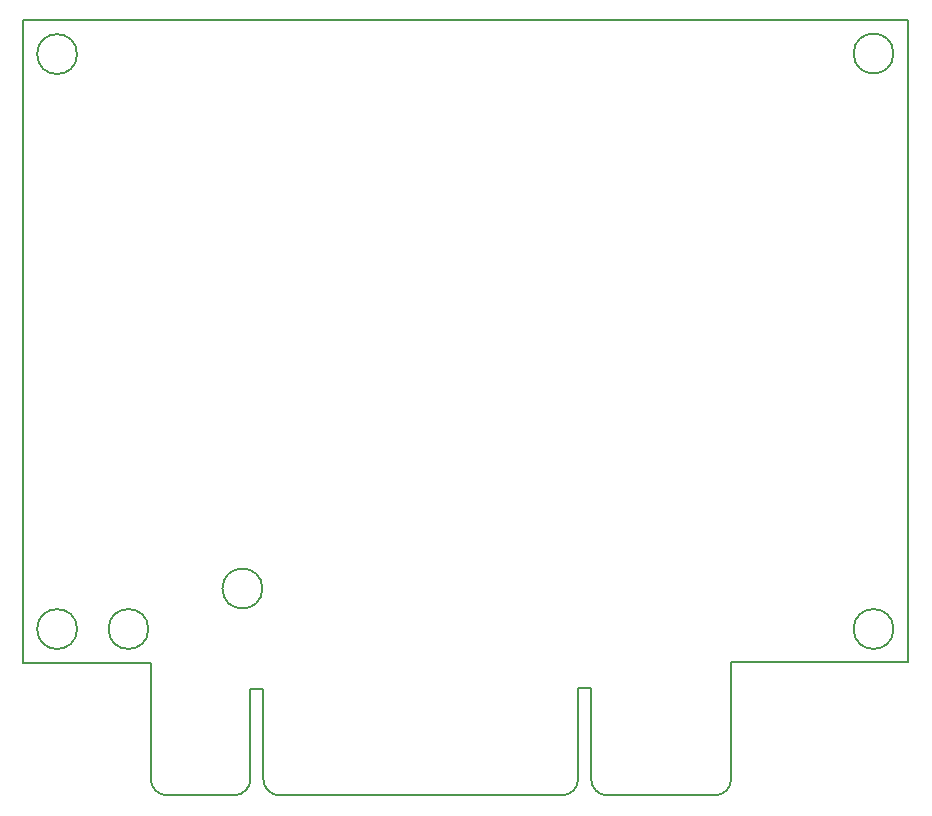
<source format=gbr>
G04 #@! TF.GenerationSoftware,KiCad,Pcbnew,8.0.4*
G04 #@! TF.CreationDate,2024-07-27T17:05:36-04:00*
G04 #@! TF.ProjectId,CBM-SD,43424d2d-5344-42e6-9b69-6361645f7063,rev?*
G04 #@! TF.SameCoordinates,Original*
G04 #@! TF.FileFunction,Profile,NP*
%FSLAX46Y46*%
G04 Gerber Fmt 4.6, Leading zero omitted, Abs format (unit mm)*
G04 Created by KiCad (PCBNEW 8.0.4) date 2024-07-27 17:05:36*
%MOMM*%
%LPD*%
G01*
G04 APERTURE LIST*
G04 #@! TA.AperFunction,Profile*
%ADD10C,0.200660*%
G04 #@! TD*
G04 APERTURE END LIST*
D10*
X192151000Y-65786000D02*
X192151000Y-114109500D01*
X192151000Y-114109500D02*
X192151000Y-120142000D01*
X129400300Y-131432300D02*
X135051800Y-131432300D01*
X177152300Y-130035300D02*
X177152300Y-120192800D01*
X138925300Y-131432300D02*
X162801300Y-131432300D01*
X166674800Y-131432300D02*
X175755300Y-131432300D01*
X165277800Y-130035300D02*
X165277800Y-122351800D01*
X136448800Y-122415300D02*
X136448800Y-130035300D01*
X138925300Y-131432300D02*
G75*
G02*
X137528300Y-130035300I0J1397000D01*
G01*
X165277800Y-122351800D02*
X164198300Y-122351800D01*
X136448800Y-130035300D02*
G75*
G02*
X135051800Y-131432300I-1397000J0D01*
G01*
X136448800Y-122415300D02*
X137528300Y-122415300D01*
X164198300Y-122351800D02*
X164198300Y-130035300D01*
X177152300Y-130035300D02*
G75*
G02*
X175755300Y-131432300I-1397000J0D01*
G01*
X164198300Y-130035300D02*
G75*
G02*
X162801300Y-131432300I-1397000J0D01*
G01*
X137528300Y-130035300D02*
X137528300Y-122415300D01*
X166674800Y-131432300D02*
G75*
G02*
X165277800Y-130035300I0J1397000D01*
G01*
X129400300Y-131432300D02*
G75*
G02*
X128003300Y-130035300I0J1397000D01*
G01*
X177152300Y-120142000D02*
X177152300Y-120192800D01*
X117221000Y-120230900D02*
X117221000Y-65786000D01*
X192151000Y-65786000D02*
X117221000Y-65786000D01*
X192151000Y-120142000D02*
X181165500Y-120142000D01*
X121762228Y-68675000D02*
G75*
G02*
X118387772Y-68675000I-1687228J0D01*
G01*
X118387772Y-68675000D02*
G75*
G02*
X121762228Y-68675000I1687228J0D01*
G01*
X121762228Y-117348000D02*
G75*
G02*
X118387772Y-117348000I-1687228J0D01*
G01*
X118387772Y-117348000D02*
G75*
G02*
X121762228Y-117348000I1687228J0D01*
G01*
X128003300Y-120230900D02*
X117221000Y-120230900D01*
X127798228Y-117348000D02*
G75*
G02*
X124423772Y-117348000I-1687228J0D01*
G01*
X124423772Y-117348000D02*
G75*
G02*
X127798228Y-117348000I1687228J0D01*
G01*
X137450228Y-113919000D02*
G75*
G02*
X134075772Y-113919000I-1687228J0D01*
G01*
X134075772Y-113919000D02*
G75*
G02*
X137450228Y-113919000I1687228J0D01*
G01*
X181165500Y-120142000D02*
X177152300Y-120142000D01*
X128003300Y-130035300D02*
X128003300Y-120230900D01*
X190887228Y-68625000D02*
G75*
G02*
X187512772Y-68625000I-1687228J0D01*
G01*
X187512772Y-68625000D02*
G75*
G02*
X190887228Y-68625000I1687228J0D01*
G01*
X190887228Y-117348000D02*
G75*
G02*
X187512772Y-117348000I-1687228J0D01*
G01*
X187512772Y-117348000D02*
G75*
G02*
X190887228Y-117348000I1687228J0D01*
G01*
M02*

</source>
